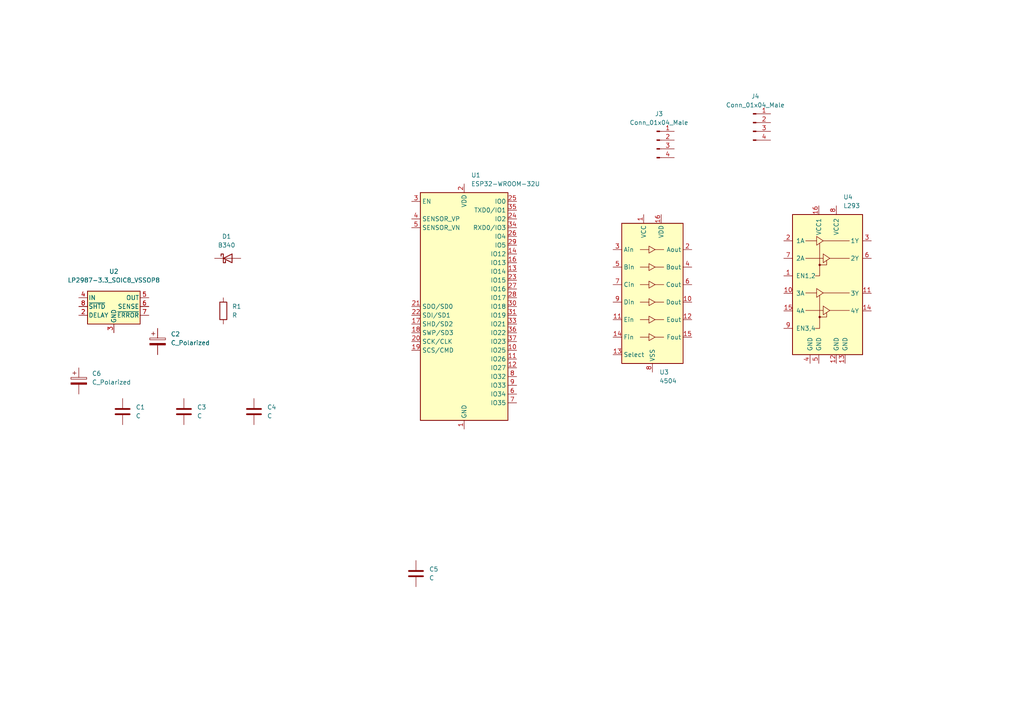
<source format=kicad_sch>
(kicad_sch (version 20231120) (generator "eeschema") (generator_version "8.0")
  (paper "A4")
  (lib_symbols
    (symbol "4xxx:4504"
      (property "Reference" "U" (at -7.62 21.59 0))
      (property "Value" "4504" (at 6.35 21.59 0))
      (symbol "4504_0_1"
        (polyline (pts (xy -3.556 -12.7) (xy -1.016 -12.7)))
        (polyline (pts (xy -3.556 -7.62) (xy -1.016 -7.62)))
        (polyline (pts (xy -3.556 -2.54) (xy -1.016 -2.54)))
        (polyline (pts (xy -3.556 2.54) (xy -1.016 2.54)))
        (polyline (pts (xy -3.556 7.62) (xy -1.016 7.62)))
        (polyline (pts (xy -3.556 12.7) (xy -1.016 12.7)))
        (polyline (pts (xy 0.762 -12.7) (xy 3.302 -12.7)))
        (polyline (pts (xy 0.762 -7.62) (xy 3.302 -7.62)))
        (polyline (pts (xy 0.762 -2.54) (xy 3.302 -2.54)))
        (polyline (pts (xy 0.762 2.54) (xy 3.302 2.54)))
        (polyline (pts (xy 0.762 7.62) (xy 3.302 7.62)))
        (polyline (pts (xy 0.762 12.7) (xy 3.302 12.7)))
      )
      (symbol "4504_1_1"
        (rectangle (start -8.89 20.32) (end 8.89 -20.32) (stroke (width 0.254)) (fill (type background)))
        (polyline (pts (xy 0.762 -12.7) (xy -1.016 -13.716) (xy -1.016 -11.684) (xy 0.762 -12.7)))
        (polyline (pts (xy 0.762 -7.62) (xy -1.016 -8.636) (xy -1.016 -6.604) (xy 0.762 -7.62)))
        (polyline (pts (xy 0.762 -2.54) (xy -1.016 -3.556) (xy -1.016 -1.524) (xy 0.762 -2.54)))
        (polyline (pts (xy 0.762 2.54) (xy -1.016 1.524) (xy -1.016 3.556) (xy 0.762 2.54)))
        (polyline (pts (xy 0.762 7.62) (xy -1.016 6.604) (xy -1.016 8.636) (xy 0.762 7.62)))
        (polyline (pts (xy 0.762 12.7) (xy -1.016 11.684) (xy -1.016 13.716) (xy 0.762 12.7)))
        (pin power_in line (at -2.54 22.86 270) (length 2.54) (name "VCC") (number "1"))
        (pin output line (at 11.43 -2.54 180) (length 2.54) (name "Dout") (number "10"))
        (pin input line (at -11.43 -7.62 0) (length 2.54) (name "Ein") (number "11"))
        (pin output line (at 11.43 -7.62 180) (length 2.54) (name "Eout") (number "12"))
        (pin input line (at -11.43 -17.78 0) (length 2.54) (name "Select") (number "13"))
        (pin input line (at -11.43 -12.7 0) (length 2.54) (name "Fin") (number "14"))
        (pin output line (at 11.43 -12.7 180) (length 2.54) (name "Fout") (number "15"))
        (pin power_in line (at 2.54 22.86 270) (length 2.54) (name "VDD") (number "16"))
        (pin output line (at 11.43 12.7 180) (length 2.54) (name "Aout") (number "2"))
        (pin input line (at -11.43 12.7 0) (length 2.54) (name "Ain") (number "3"))
        (pin output line (at 11.43 7.62 180) (length 2.54) (name "Bout") (number "4"))
        (pin input line (at -11.43 7.62 0) (length 2.54) (name "Bin") (number "5"))
        (pin output line (at 11.43 2.54 180) (length 2.54) (name "Cout") (number "6"))
        (pin input line (at -11.43 2.54 0) (length 2.54) (name "Cin") (number "7"))
        (pin power_in line (at 0 -22.86 90) (length 2.54) (name "VSS") (number "8"))
        (pin input line (at -11.43 -2.54 0) (length 2.54) (name "Din") (number "9"))
      )
    )
    (symbol "Connector:Conn_01x04_Male" (pin_names (offset 1.016) hide)
      (property "Reference" "J" (at 0 5.08 0))
      (property "Value" "Conn_01x04_Male" (at 0 -7.62 0))
      (symbol "Conn_01x04_Male_1_1"
        (polyline (pts (xy 1.27 -5.08) (xy 0.8636 -5.08)) (stroke (width 0.1524)))
        (polyline (pts (xy 1.27 -2.54) (xy 0.8636 -2.54)) (stroke (width 0.1524)))
        (polyline (pts (xy 1.27 0) (xy 0.8636 0)) (stroke (width 0.1524)))
        (polyline (pts (xy 1.27 2.54) (xy 0.8636 2.54)) (stroke (width 0.1524)))
        (rectangle (start 0.8636 -4.953) (end 0 -5.207) (stroke (width 0.1524)) (fill (type outline)))
        (rectangle (start 0.8636 -2.413) (end 0 -2.667) (stroke (width 0.1524)) (fill (type outline)))
        (rectangle (start 0.8636 0.127) (end 0 -0.127) (stroke (width 0.1524)) (fill (type outline)))
        (rectangle (start 0.8636 2.667) (end 0 2.413) (stroke (width 0.1524)) (fill (type outline)))
        (pin passive line (at 5.08 2.54 180) (length 3.81) (name "Pin_1") (number "1"))
        (pin passive line (at 5.08 0 180) (length 3.81) (name "Pin_2") (number "2"))
        (pin passive line (at 5.08 -2.54 180) (length 3.81) (name "Pin_3") (number "3"))
        (pin passive line (at 5.08 -5.08 180) (length 3.81) (name "Pin_4") (number "4"))
      )
    )
    (symbol "Device:C" (pin_numbers hide) (pin_names (offset 0.254))
      (property "Reference" "C" (at 0.635 2.54 0))
      (property "Value" "C" (at 0.635 -2.54 0))
      (symbol "C_0_1"
        (polyline (pts (xy -2.032 -0.762) (xy 2.032 -0.762)) (stroke (width 0.508)))
        (polyline (pts (xy -2.032 0.762) (xy 2.032 0.762)) (stroke (width 0.508)))
      )
      (symbol "C_1_1"
        (pin passive line (at 0 3.81 270) (length 2.794) (name "~") (number "1"))
        (pin passive line (at 0 -3.81 90) (length 2.794) (name "~") (number "2"))
      )
    )
    (symbol "Device:C_Polarized" (pin_numbers hide) (pin_names (offset 0.254))
      (property "Reference" "C" (at 0.635 2.54 0))
      (property "Value" "C_Polarized" (at 0.635 -2.54 0))
      (symbol "C_Polarized_0_1"
        (rectangle (start -2.286 0.508) (end 2.286 1.016))
        (polyline (pts (xy -1.778 2.286) (xy -0.762 2.286)))
        (polyline (pts (xy -1.27 2.794) (xy -1.27 1.778)))
        (rectangle (start 2.286 -0.508) (end -2.286 -1.016) (fill (type outline)))
      )
      (symbol "C_Polarized_1_1"
        (pin passive line (at 0 3.81 270) (length 2.794) (name "~") (number "1"))
        (pin passive line (at 0 -3.81 90) (length 2.794) (name "~") (number "2"))
      )
    )
    (symbol "Device:R" (pin_numbers hide) (pin_names (offset 0))
      (property "Reference" "R" (at 2.032 0 90))
      (property "Value" "R" (at 0 0 90))
      (symbol "R_0_1"
        (rectangle (start -1.016 -2.54) (end 1.016 2.54) (stroke (width 0.254)))
      )
      (symbol "R_1_1"
        (pin passive line (at 0 3.81 270) (length 1.27) (name "~") (number "1"))
        (pin passive line (at 0 -3.81 90) (length 1.27) (name "~") (number "2"))
      )
    )
    (symbol "Diode:B340" (pin_numbers hide) (pin_names (offset 1.016) hide)
      (property "Reference" "D" (at 0 2.54 0))
      (property "Value" "B340" (at 0 -2.54 0))
      (symbol "B340_0_1"
        (polyline (pts (xy 1.27 0) (xy -1.27 0)))
        (polyline (pts (xy 1.27 1.27) (xy 1.27 -1.27) (xy -1.27 0) (xy 1.27 1.27)) (stroke (width 0.254)))
        (polyline (pts (xy -1.905 0.635) (xy -1.905 1.27) (xy -1.27 1.27) (xy -1.27 -1.27) (xy -0.635 -1.27) (xy -0.635 -0.635)) (stroke (width 0.254)))
      )
      (symbol "B340_1_1"
        (pin passive line (at -3.81 0 0) (length 2.54) (name "K") (number "1"))
        (pin passive line (at 3.81 0 180) (length 2.54) (name "A") (number "2"))
      )
    )
    (symbol "Driver_Motor:L293" (pin_names (offset 1.016))
      (property "Reference" "U" (at -5.08 26.035 0))
      (property "Value" "L293" (at -5.08 24.13 0))
      (symbol "L293_0_1"
        (rectangle (start -10.16 22.86) (end 10.16 -17.78) (stroke (width 0.254)) (fill (type background)))
        (circle (center -2.286 -6.858) (radius 0.254) (fill (type outline)))
        (circle (center -2.286 8.255) (radius 0.254) (fill (type outline)))
        (polyline (pts (xy -6.35 -4.953) (xy -1.27 -4.953)))
        (polyline (pts (xy -6.35 0.127) (xy -3.175 0.127)))
        (polyline (pts (xy -6.35 10.16) (xy -1.27 10.16)))
        (polyline (pts (xy -6.35 15.24) (xy -3.175 15.24)))
        (polyline (pts (xy -1.27 0.127) (xy 6.35 0.127)))
        (polyline (pts (xy -1.27 15.24) (xy 6.35 15.24)))
        (polyline (pts (xy 0.635 -4.953) (xy 6.35 -4.953)))
        (polyline (pts (xy 0.635 10.16) (xy 6.35 10.16)))
        (polyline (pts (xy -2.286 -6.858) (xy -0.254 -6.858) (xy -0.254 -5.588)))
        (polyline (pts (xy -2.286 -0.635) (xy -2.286 -10.16) (xy -3.556 -10.16)))
        (polyline (pts (xy -2.286 8.255) (xy -0.254 8.255) (xy -0.254 9.525)))
        (polyline (pts (xy -2.286 14.478) (xy -2.286 5.08) (xy -3.556 5.08)))
        (polyline (pts (xy -3.175 1.397) (xy -3.175 -1.143) (xy -1.27 0.127) (xy -3.175 1.397)))
        (polyline (pts (xy -3.175 16.51) (xy -3.175 13.97) (xy -1.27 15.24) (xy -3.175 16.51)))
        (polyline (pts (xy -1.27 -3.683) (xy -1.27 -6.223) (xy 0.635 -4.953) (xy -1.27 -3.683)))
        (polyline (pts (xy -1.27 11.43) (xy -1.27 8.89) (xy 0.635 10.16) (xy -1.27 11.43)))
      )
      (symbol "L293_1_1"
        (pin input line (at -12.7 5.08 0) (length 2.54) (name "EN1,2") (number "1"))
        (pin input line (at -12.7 0 0) (length 2.54) (name "3A") (number "10"))
        (pin output line (at 12.7 0 180) (length 2.54) (name "3Y") (number "11"))
        (pin power_in line (at 2.54 -20.32 90) (length 2.54) (name "GND") (number "12"))
        (pin power_in line (at 5.08 -20.32 90) (length 2.54) (name "GND") (number "13"))
        (pin output line (at 12.7 -5.08 180) (length 2.54) (name "4Y") (number "14"))
        (pin input line (at -12.7 -5.08 0) (length 2.54) (name "4A") (number "15"))
        (pin power_in line (at -2.54 25.4 270) (length 2.54) (name "VCC1") (number "16"))
        (pin input line (at -12.7 15.24 0) (length 2.54) (name "1A") (number "2"))
        (pin output line (at 12.7 15.24 180) (length 2.54) (name "1Y") (number "3"))
        (pin power_in line (at -5.08 -20.32 90) (length 2.54) (name "GND") (number "4"))
        (pin power_in line (at -2.54 -20.32 90) (length 2.54) (name "GND") (number "5"))
        (pin output line (at 12.7 10.16 180) (length 2.54) (name "2Y") (number "6"))
        (pin input line (at -12.7 10.16 0) (length 2.54) (name "2A") (number "7"))
        (pin power_in line (at 2.54 25.4 270) (length 2.54) (name "VCC2") (number "8"))
        (pin input line (at -12.7 -10.16 0) (length 2.54) (name "EN3,4") (number "9"))
      )
    )
    (symbol "RF_Module:ESP32-WROOM-32U"
      (property "Reference" "U" (at -12.7 34.29 0))
      (property "Value" "ESP32-WROOM-32U" (at 1.27 34.29 0))
      (symbol "ESP32-WROOM-32U_0_1"
        (rectangle (start -12.7 33.02) (end 12.7 -33.02) (stroke (width 0.254)) (fill (type background)))
      )
      (symbol "ESP32-WROOM-32U_1_1"
        (pin power_in line (at 0 -35.56 90) (length 2.54) (name "GND") (number "1"))
        (pin bidirectional line (at 15.24 -12.7 180) (length 2.54) (name "IO25") (number "10"))
        (pin bidirectional line (at 15.24 -15.24 180) (length 2.54) (name "IO26") (number "11"))
        (pin bidirectional line (at 15.24 -17.78 180) (length 2.54) (name "IO27") (number "12"))
        (pin bidirectional line (at 15.24 10.16 180) (length 2.54) (name "IO14") (number "13"))
        (pin bidirectional line (at 15.24 15.24 180) (length 2.54) (name "IO12") (number "14"))
        (pin passive line (at 0 -35.56 90) (length 2.54) hide (name "GND") (number "15"))
        (pin bidirectional line (at 15.24 12.7 180) (length 2.54) (name "IO13") (number "16"))
        (pin bidirectional line (at -15.24 -5.08 0) (length 2.54) (name "SHD/SD2") (number "17"))
        (pin bidirectional line (at -15.24 -7.62 0) (length 2.54) (name "SWP/SD3") (number "18"))
        (pin bidirectional line (at -15.24 -12.7 0) (length 2.54) (name "SCS/CMD") (number "19"))
        (pin power_in line (at 0 35.56 270) (length 2.54) (name "VDD") (number "2"))
        (pin bidirectional line (at -15.24 -10.16 0) (length 2.54) (name "SCK/CLK") (number "20"))
        (pin bidirectional line (at -15.24 0 0) (length 2.54) (name "SDO/SD0") (number "21"))
        (pin bidirectional line (at -15.24 -2.54 0) (length 2.54) (name "SDI/SD1") (number "22"))
        (pin bidirectional line (at 15.24 7.62 180) (length 2.54) (name "IO15") (number "23"))
        (pin bidirectional line (at 15.24 25.4 180) (length 2.54) (name "IO2") (number "24"))
        (pin bidirectional line (at 15.24 30.48 180) (length 2.54) (name "IO0") (number "25"))
        (pin bidirectional line (at 15.24 20.32 180) (length 2.54) (name "IO4") (number "26"))
        (pin bidirectional line (at 15.24 5.08 180) (length 2.54) (name "IO16") (number "27"))
        (pin bidirectional line (at 15.24 2.54 180) (length 2.54) (name "IO17") (number "28"))
        (pin bidirectional line (at 15.24 17.78 180) (length 2.54) (name "IO5") (number "29"))
        (pin input line (at -15.24 30.48 0) (length 2.54) (name "EN") (number "3"))
        (pin bidirectional line (at 15.24 0 180) (length 2.54) (name "IO18") (number "30"))
        (pin bidirectional line (at 15.24 -2.54 180) (length 2.54) (name "IO19") (number "31"))
        (pin no_connect line (at -12.7 -27.94 0) (length 2.54) hide (name "NC") (number "32"))
        (pin bidirectional line (at 15.24 -5.08 180) (length 2.54) (name "IO21") (number "33"))
        (pin bidirectional line (at 15.24 22.86 180) (length 2.54) (name "RXD0/IO3") (number "34"))
        (pin bidirectional line (at 15.24 27.94 180) (length 2.54) (name "TXD0/IO1") (number "35"))
        (pin bidirectional line (at 15.24 -7.62 180) (length 2.54) (name "IO22") (number "36"))
        (pin bidirectional line (at 15.24 -10.16 180) (length 2.54) (name "IO23") (number "37"))
        (pin passive line (at 0 -35.56 90) (length 2.54) hide (name "GND") (number "38"))
        (pin passive line (at 0 -35.56 90) (length 2.54) hide (name "GND") (number "39"))
        (pin input line (at -15.24 25.4 0) (length 2.54) (name "SENSOR_VP") (number "4"))
        (pin input line (at -15.24 22.86 0) (length 2.54) (name "SENSOR_VN") (number "5"))
        (pin input line (at 15.24 -25.4 180) (length 2.54) (name "IO34") (number "6"))
        (pin input line (at 15.24 -27.94 180) (length 2.54) (name "IO35") (number "7"))
        (pin bidirectional line (at 15.24 -20.32 180) (length 2.54) (name "IO32") (number "8"))
        (pin bidirectional line (at 15.24 -22.86 180) (length 2.54) (name "IO33") (number "9"))
      )
    )
    (symbol "Regulator_Linear:LP2987-3.3_SOIC8_VSSOP8" (pin_names (offset 0.254))
      (property "Reference" "U" (at -6.35 5.715 0))
      (property "Value" "LP2987-3.3_SOIC8_VSSOP8" (at -1.905 5.715 0))
      (symbol "LP2987-3.3_SOIC8_VSSOP8_0_1"
        (rectangle (start -7.62 4.445) (end 7.62 -5.08) (stroke (width 0.254)) (fill (type background)))
      )
      (symbol "LP2987-3.3_SOIC8_VSSOP8_1_1"
        (pin no_connect line (at -2.54 -7.62 90) (length 2.54) hide (name "NC") (number "1"))
        (pin passive line (at -10.16 -2.54 0) (length 2.54) (name "DELAY") (number "2"))
        (pin power_in line (at 0 -7.62 90) (length 2.54) (name "GND") (number "3"))
        (pin power_in line (at -10.16 2.54 0) (length 2.54) (name "IN") (number "4"))
        (pin power_out line (at 10.16 2.54 180) (length 2.54) (name "OUT") (number "5"))
        (pin input line (at 10.16 0 180) (length 2.54) (name "SENSE") (number "6"))
        (pin output line (at 10.16 -2.54 180) (length 2.54) (name "~{ERROR}") (number "7"))
        (pin input line (at -10.16 0 0) (length 2.54) (name "~{SHTD}") (number "8"))
      )
    )
  )
  (symbol (lib_id "4xxx:4504") (at 189.23 85.09 0) (unit 1)
    (property "Reference" "U3" (at 191.2494 107.95 0) (effects (justify left)))
    (property "Value" "4504" (at 191.2494 110.49 0) (effects (justify left)))
    (property "Footprint" "Package_SO:SOIC-16_3.9x9.9mm_P1.27mm" (effects (hide yes)))
    (property "Datasheet" "http://www.ti.com/lit/ds/symlink/cd4504b.pdf" (effects (hide yes)))
  )
  (symbol (lib_id "Device:C") (at 53.34 119.38 0) (unit 1)
    (property "Reference" "C3" (at 57.15 118.1099 0) (effects (justify left)))
    (property "Value" "C" (at 57.15 120.6499 0) (effects (justify left)))
    (property "Footprint" "Capacitor_SMD:C_0805_2012Metric_Pad1.18x1.45mm_HandSolder" (effects (hide yes)))
  )
  (symbol (lib_id "Device:C_Polarized") (at 45.72 99.06 0) (unit 1)
    (property "Reference" "C2" (at 49.53 96.9009 0) (effects (justify left)))
    (property "Value" "C_Polarized" (at 49.53 99.4409 0) (effects (justify left)))
    (property "Footprint" "Capacitor_THT:CP_Axial_L11.0mm_D6.0mm_P18.00mm_Horizontal" (effects (hide yes)))
  )
  (symbol (lib_id "Connector:Conn_01x04_Male") (at 218.44 35.56 0) (unit 1)
    (property "Reference" "J4" (at 219.075 27.94 0))
    (property "Value" "Conn_01x04_Male" (at 219.075 30.48 0))
    (property "Footprint" "Connector_PinHeader_2.54mm:PinHeader_1x04_P2.54mm_Vertical" (effects (hide yes)))
  )
  (symbol (lib_id "Connector:Conn_01x04_Male") (at 190.5 40.64 0) (unit 1)
    (property "Reference" "J3" (at 191.135 33.02 0))
    (property "Value" "Conn_01x04_Male" (at 191.135 35.56 0))
    (property "Footprint" "Connector_PinHeader_2.54mm:PinHeader_1x04_P2.54mm_Vertical" (effects (hide yes)))
  )
  (symbol (lib_id "Regulator_Linear:LP2987-3.3_SOIC8_VSSOP8") (at 33.02 88.9 0) (unit 1)
    (property "Reference" "U2" (at 33.02 78.74 0))
    (property "Value" "LP2987-3.3_SOIC8_VSSOP8" (at 33.02 81.28 0))
    (property "Footprint" "Package_SO:SOIC-8_3.9x4.9mm_P1.27mm" (effects (hide yes)))
    (property "Datasheet" "http://www.ti.com/lit/ds/symlink/lp2987.pdf" (effects (hide yes)))
  )
  (symbol (lib_id "RF_Module:ESP32-WROOM-32U") (at 134.62 88.9 0) (unit 1)
    (property "Reference" "U1" (at 136.6394 50.8 0) (effects (justify left)))
    (property "Value" "ESP32-WROOM-32U" (at 136.6394 53.34 0) (effects (justify left)))
    (property "Footprint" "RF_Module:ESP32-WROOM-32U" (effects (hide yes)))
    (property "Datasheet" "https://www.espressif.com/sites/default/files/documentation/esp32-wroom-32d_esp32-wroom-32u_datasheet_en.pdf" (effects (hide yes)))
  )
  (symbol (lib_id "Device:C") (at 35.56 119.38 0) (unit 1)
    (property "Reference" "C1" (at 39.37 118.1099 0) (effects (justify left)))
    (property "Value" "C" (at 39.37 120.6499 0) (effects (justify left)))
    (property "Footprint" "Capacitor_SMD:C_0805_2012Metric_Pad1.18x1.45mm_HandSolder" (effects (hide yes)))
  )
  (symbol (lib_id "Device:C") (at 73.66 119.38 0) (unit 1)
    (property "Reference" "C4" (at 77.47 118.1099 0) (effects (justify left)))
    (property "Value" "C" (at 77.47 120.6499 0) (effects (justify left)))
    (property "Footprint" "Capacitor_SMD:C_0805_2012Metric_Pad1.18x1.45mm_HandSolder" (effects (hide yes)))
  )
  (symbol (lib_id "Device:R") (at 64.77 90.17 0) (unit 1)
    (property "Reference" "R1" (at 67.31 88.8999 0) (effects (justify left)))
    (property "Value" "R" (at 67.31 91.4399 0) (effects (justify left)))
    (property "Footprint" "Resistor_SMD:R_0805_2012Metric_Pad1.20x1.40mm_HandSolder" (effects (hide yes)))
  )
  (symbol (lib_id "Device:C_Polarized") (at 22.86 110.49 0) (unit 1)
    (property "Reference" "C6" (at 26.67 108.3309 0) (effects (justify left)))
    (property "Value" "C_Polarized" (at 26.67 110.8709 0) (effects (justify left)))
    (property "Footprint" "Capacitor_THT:CP_Radial_D5.0mm_P2.00mm" (effects (hide yes)))
  )
  (symbol (lib_id "Device:C") (at 120.65 166.37 0) (unit 1)
    (property "Reference" "C5" (at 124.46 165.0999 0) (effects (justify left)))
    (property "Value" "C" (at 124.46 167.6399 0) (effects (justify left)))
    (property "Footprint" "Capacitor_SMD:C_0805_2012Metric_Pad1.18x1.45mm_HandSolder" (effects (hide yes)))
  )
  (symbol (lib_id "Diode:B340") (at 66.04 74.93 0) (unit 1)
    (property "Reference" "D1" (at 65.7225 68.58 0))
    (property "Value" "B340" (at 65.7225 71.12 0))
    (property "Footprint" "Diode_SMD:D_SMC" (effects (hide yes)))
    (property "Datasheet" "http://www.jameco.com/Jameco/Products/ProdDS/1538777.pdf" (effects (hide yes)))
  )
  (symbol (lib_id "Driver_Motor:L293") (at 240.03 85.09 0) (unit 1)
    (property "Reference" "U4" (at 244.5894 57.15 0) (effects (justify left)))
    (property "Value" "L293" (at 244.5894 59.69 0) (effects (justify left)))
    (property "Footprint" "Package_DIP:DIP-16_W7.62mm_SMDSocket_SmallPads" (effects (hide yes)))
    (property "Datasheet" "http://www.ti.com/lit/ds/symlink/l293.pdf" (effects (hide yes)))
  )
)
</source>
